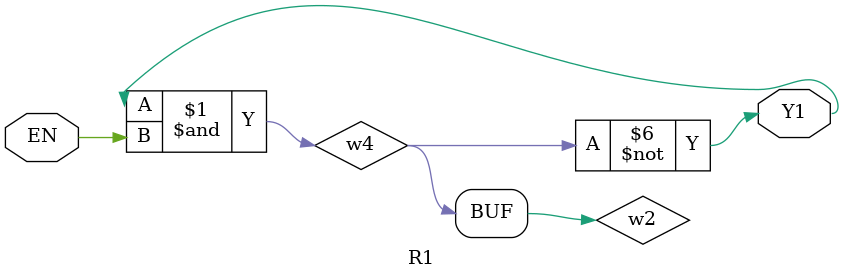
<source format=v>
`timescale 1ns / 1ps
module R1(EN,Y1
    );
input EN;
output Y1;
wire w1,w2,w3,w4,w5;
	nand #1(w1,Y1,EN);
	not #1(w2,w1);
	not #1(w3,w2);
	not #1(w4,w3);
	not #1(Y1,w4);

endmodule

</source>
